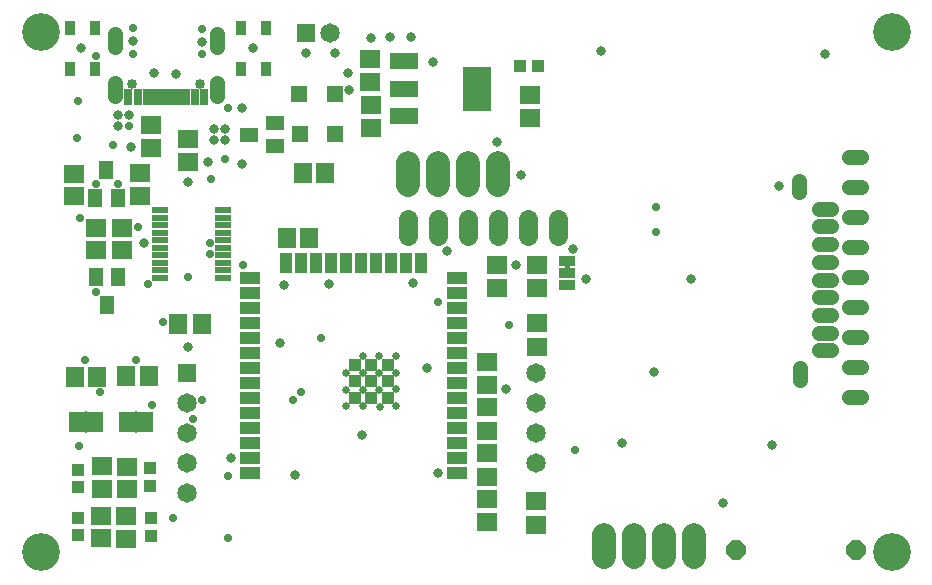
<source format=gbr>
G04 EAGLE Gerber RS-274X export*
G75*
%MOMM*%
%FSLAX34Y34*%
%LPD*%
%INSoldermask Top*%
%IPPOS*%
%AMOC8*
5,1,8,0,0,1.08239X$1,22.5*%
G01*
G04 Define Apertures*
%ADD10C,3.203200*%
%ADD11R,1.643200X1.643200*%
%ADD12C,1.643200*%
%ADD13C,1.311200*%
%ADD14C,0.853200*%
%ADD15R,0.803200X1.353200*%
%ADD16R,0.503200X1.353200*%
%ADD17R,2.438400X1.422400*%
%ADD18R,2.403200X3.803200*%
%ADD19R,1.703200X1.103200*%
%ADD20R,1.103200X1.703200*%
%ADD21R,1.103200X1.103200*%
%ADD22R,1.346200X0.584200*%
%ADD23R,1.703200X1.503200*%
%ADD24R,1.503200X1.703200*%
%ADD25R,1.603200X1.203200*%
%ADD26R,1.473200X1.473200*%
%ADD27R,1.803200X1.503200*%
%ADD28R,1.503200X1.803200*%
%ADD29R,1.003200X1.003200*%
%ADD30R,1.371600X1.803400*%
%ADD31R,0.152400X1.828800*%
%ADD32R,1.203200X1.603200*%
%ADD33C,2.039200*%
%ADD34C,1.261200*%
%ADD35P,1.80352X8X22.5*%
%ADD36C,1.643200*%
%ADD37C,2.032000*%
%ADD38R,0.853200X1.253200*%
%ADD39R,1.473200X0.838200*%
%ADD40C,0.803200*%
%ADD41C,0.705600*%
%ADD42C,0.655600*%
G36*
X433595Y284120D02*
X437405Y284120D01*
X437405Y279040D01*
X433595Y279040D01*
X433595Y284120D01*
G37*
D10*
X710000Y480000D03*
X-10000Y480000D03*
X-10000Y40000D03*
X710000Y40000D03*
D11*
X113446Y191700D03*
D12*
X113446Y166300D03*
X113446Y140900D03*
X113446Y115500D03*
X113446Y90100D03*
X409356Y191700D03*
X409356Y166300D03*
X409356Y140900D03*
X409356Y115500D03*
D13*
X139100Y467660D02*
X139100Y478740D01*
X52700Y478740D02*
X52700Y467660D01*
X139100Y436940D02*
X139100Y425860D01*
X52700Y425860D02*
X52700Y436940D01*
D14*
X67000Y436400D03*
X124800Y436400D03*
D15*
X127900Y425650D03*
X63900Y425650D03*
X119900Y425650D03*
X71900Y425650D03*
D16*
X93400Y425650D03*
X98400Y425650D03*
X88400Y425650D03*
X83400Y425650D03*
X78400Y425650D03*
X103400Y425650D03*
X108400Y425650D03*
X113400Y425650D03*
D17*
X296862Y455614D03*
X296862Y432500D03*
X296862Y409386D03*
D18*
X358840Y432500D03*
D19*
X341900Y107276D03*
X341900Y119976D03*
X341900Y132676D03*
X341900Y145376D03*
X341900Y158076D03*
X341900Y170776D03*
X341900Y183476D03*
X341900Y196176D03*
X341900Y208876D03*
X341900Y221576D03*
X341900Y234276D03*
X341900Y246976D03*
X341900Y259676D03*
X341900Y272376D03*
D20*
X311550Y284876D03*
X298850Y284876D03*
X286150Y284876D03*
X273450Y284876D03*
X260750Y284876D03*
X248050Y284876D03*
X235350Y284876D03*
X222650Y284876D03*
X209950Y284876D03*
X197250Y284876D03*
D19*
X166900Y272376D03*
X166900Y259676D03*
X166900Y246976D03*
X166900Y234276D03*
X166900Y221576D03*
X166900Y208876D03*
X166900Y196176D03*
X166900Y183476D03*
X166900Y170776D03*
X166900Y158076D03*
X166900Y145376D03*
X166900Y132676D03*
X166900Y119976D03*
X166900Y107276D03*
D21*
X283400Y170476D03*
X269400Y170476D03*
X255400Y170476D03*
X283400Y184476D03*
X269400Y184476D03*
X255400Y184476D03*
X283400Y198476D03*
X269400Y198476D03*
X255400Y198476D03*
D22*
X90717Y297725D03*
X90717Y304075D03*
X90717Y310425D03*
X90717Y316775D03*
X90717Y323125D03*
X90717Y329475D03*
X90717Y291375D03*
X90717Y285025D03*
X90717Y278675D03*
X90717Y272325D03*
X144311Y304075D03*
X144311Y297725D03*
X144311Y291375D03*
X144311Y285025D03*
X144311Y278675D03*
X144311Y272325D03*
X144311Y310425D03*
X144311Y316775D03*
X144311Y323125D03*
X144311Y329475D03*
D23*
X114300Y370660D03*
X114300Y389660D03*
X83100Y382300D03*
X83100Y401300D03*
D11*
X214600Y479300D03*
D12*
X234600Y479300D03*
D24*
X211400Y360900D03*
X230400Y360900D03*
D25*
X165600Y393524D03*
X187600Y403024D03*
X187600Y384024D03*
D26*
X238600Y427500D03*
X208600Y427500D03*
D27*
X269000Y398734D03*
X269000Y418734D03*
X268840Y437900D03*
X268840Y457900D03*
D28*
X105950Y233160D03*
X125950Y233160D03*
D23*
X41400Y93660D03*
X41400Y112660D03*
X62900Y93400D03*
X62900Y112400D03*
D29*
X21100Y109900D03*
X21100Y94900D03*
X82300Y110900D03*
X82300Y95900D03*
D24*
X81200Y188900D03*
X62200Y188900D03*
X37660Y188660D03*
X18660Y188660D03*
D30*
X62680Y150100D03*
X77920Y150100D03*
D31*
X70300Y150100D03*
D30*
X20680Y150300D03*
X35920Y150300D03*
D31*
X28300Y150300D03*
D23*
X403500Y407800D03*
X403500Y426800D03*
D29*
X410800Y451840D03*
X395800Y451840D03*
D27*
X367500Y123700D03*
X367500Y103700D03*
X367300Y65300D03*
X367300Y85300D03*
X409100Y63300D03*
X409100Y83300D03*
D24*
X217200Y305600D03*
X198200Y305600D03*
D23*
X410100Y263800D03*
X410100Y282800D03*
X375600Y263800D03*
X375600Y282800D03*
D27*
X367276Y142700D03*
X367276Y162700D03*
X367200Y201300D03*
X367200Y181300D03*
D32*
X45340Y363700D03*
X54840Y339700D03*
X35840Y339700D03*
X46000Y249100D03*
X36500Y273100D03*
X55500Y273100D03*
D23*
X36660Y314500D03*
X36660Y295500D03*
X58200Y314500D03*
X58200Y295500D03*
X73340Y360676D03*
X73340Y341676D03*
X17660Y360500D03*
X17660Y341500D03*
D33*
X300916Y350896D02*
X300916Y369256D01*
X326316Y369256D02*
X326316Y350896D01*
X351716Y350896D02*
X351716Y369256D01*
X377116Y369256D02*
X377116Y350896D01*
D34*
X673970Y171492D02*
X684550Y171492D01*
X684550Y196892D02*
X673970Y196892D01*
X673970Y222292D02*
X684550Y222292D01*
X684550Y247692D02*
X673970Y247692D01*
X673970Y273092D02*
X684550Y273092D01*
X684550Y298492D02*
X673970Y298492D01*
X673970Y323892D02*
X684550Y323892D01*
X684550Y349292D02*
X673970Y349292D01*
X673970Y374692D02*
X684550Y374692D01*
X658866Y210786D02*
X648286Y210786D01*
X648286Y225786D02*
X658866Y225786D01*
X658866Y240786D02*
X648286Y240786D01*
X648286Y255786D02*
X658866Y255786D01*
X658866Y270786D02*
X648286Y270786D01*
X648286Y285786D02*
X658866Y285786D01*
X658866Y300786D02*
X648286Y300786D01*
X648286Y315786D02*
X658866Y315786D01*
X658866Y330786D02*
X648286Y330786D01*
D13*
X632576Y195536D02*
X632576Y186036D01*
X631576Y345036D02*
X631576Y354536D01*
D35*
X578200Y41764D03*
X679800Y41764D03*
D36*
X300200Y307800D02*
X300200Y322200D01*
X325600Y322200D02*
X325600Y307800D01*
X351000Y307800D02*
X351000Y322200D01*
X376400Y322200D02*
X376400Y307800D01*
X401800Y307800D02*
X401800Y322200D01*
X427200Y322200D02*
X427200Y307800D01*
D37*
X466900Y54544D02*
X466900Y36256D01*
X492300Y36256D02*
X492300Y54544D01*
X517700Y54544D02*
X517700Y36256D01*
X543100Y36256D02*
X543100Y54544D01*
D38*
X14410Y449000D03*
X14410Y483650D03*
X35410Y449000D03*
X35410Y483650D03*
X159000Y448940D03*
X159000Y483590D03*
X180000Y448940D03*
X180000Y483590D03*
D39*
X435500Y266340D03*
X435500Y276500D03*
X435500Y286660D03*
D23*
X62024Y51340D03*
X62024Y70340D03*
D29*
X83000Y68500D03*
X83000Y53500D03*
D23*
X40976Y51660D03*
X40976Y70660D03*
D29*
X21185Y69160D03*
X21185Y54160D03*
D27*
X410000Y234000D03*
X410000Y214000D03*
D26*
X238820Y394200D03*
X208820Y394200D03*
D40*
X68000Y473000D03*
X126000Y472000D03*
X85357Y445357D03*
X104043Y444957D03*
X24000Y467000D03*
X169000Y467000D03*
X77000Y302000D03*
X114000Y214000D03*
X66000Y383000D03*
X114000Y353000D03*
X131000Y370000D03*
X269000Y475000D03*
X285000Y476000D03*
X303000Y476000D03*
X239000Y463000D03*
X250000Y446000D03*
X251000Y431000D03*
X214000Y463000D03*
X322000Y455000D03*
X396000Y359000D03*
X334000Y295000D03*
X305000Y268000D03*
X451000Y271000D03*
X384000Y178000D03*
X326000Y107000D03*
X151000Y120000D03*
D41*
X511000Y311000D03*
X511000Y332000D03*
X386000Y232000D03*
D40*
X482000Y132000D03*
X609000Y131000D03*
X654000Y462000D03*
X464000Y464000D03*
X615000Y350000D03*
X196000Y266000D03*
X234000Y267000D03*
X192000Y217000D03*
X317000Y196000D03*
X262000Y139000D03*
X205000Y105000D03*
X509200Y192400D03*
X567000Y82000D03*
X540200Y271400D03*
X376000Y387000D03*
D41*
X148000Y52000D03*
X102000Y69000D03*
X22000Y130000D03*
X146000Y373000D03*
X134000Y356000D03*
X51000Y385000D03*
X148000Y416000D03*
X126000Y462000D03*
X126000Y483000D03*
X68000Y462000D03*
X68000Y484000D03*
X20000Y391000D03*
X21000Y422000D03*
D42*
X262400Y177461D03*
X276407Y177470D03*
X262576Y205920D03*
X276252Y205920D03*
X276402Y191485D03*
X262412Y191476D03*
X290576Y205920D03*
X290693Y191789D03*
X290649Y177731D03*
X290576Y163420D03*
X276547Y163275D03*
X262460Y163420D03*
X247974Y163920D03*
X248076Y177420D03*
X248358Y191420D03*
D40*
X64000Y410088D03*
X54912Y410088D03*
X55000Y401000D03*
X146000Y398104D03*
X146000Y389000D03*
X136000Y389000D03*
D41*
X64000Y401000D03*
D40*
X136500Y398500D03*
D41*
X161318Y283464D03*
D40*
X440500Y296500D03*
X392000Y283000D03*
D41*
X114300Y272796D03*
X71628Y315468D03*
X54864Y352044D03*
X132588Y301752D03*
X92964Y234696D03*
X80772Y266700D03*
X27432Y202692D03*
X132588Y292608D03*
X70104Y202692D03*
X118872Y152400D03*
X83820Y164592D03*
X126492Y169164D03*
X39624Y175260D03*
D40*
X160000Y416000D03*
X160000Y369000D03*
D41*
X210213Y175359D03*
X441960Y126492D03*
X203355Y168501D03*
X36576Y460248D03*
X36576Y260604D03*
X227076Y220980D03*
X36576Y352044D03*
X22860Y323088D03*
X326136Y251460D03*
X147924Y104604D03*
M02*

</source>
